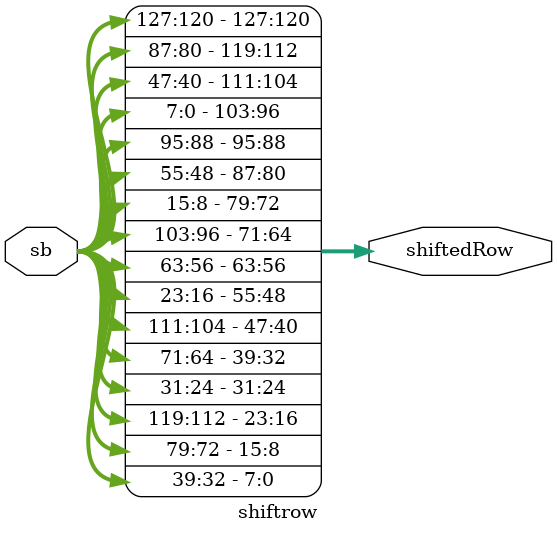
<source format=v>
`timescale 1ns / 1ps

module shiftrow(sb,shiftedRow);

input [127:0] sb;
output [127:0] shiftedRow;


    assign        shiftedRow[7:0] = sb[39:32]; 
    assign        shiftedRow[15:8] = sb[79:72];
    assign        shiftedRow[23:16] = sb[119:112];
    assign        shiftedRow[31:24] = sb[31:24];
    
    assign        shiftedRow[39:32] = sb[71:64];
    assign        shiftedRow[47:40] = sb[111:104];
    assign        shiftedRow[55:48] = sb[23:16];
    assign        shiftedRow[63:56] = sb[63:56];
    
    assign        shiftedRow[71:64] = sb[103:96];
    assign        shiftedRow[79:72] = sb[15:8];
    assign        shiftedRow[87:80] = sb[55:48];
    assign        shiftedRow[95:88] = sb[95:88];

    assign       shiftedRow[103:96] = sb[7:0]; 
    assign       shiftedRow[111:104] = sb[47:40];
    assign       shiftedRow[119:112] = sb[87:80];
    assign       shiftedRow[127:120] = sb[127:120];  

endmodule

</source>
